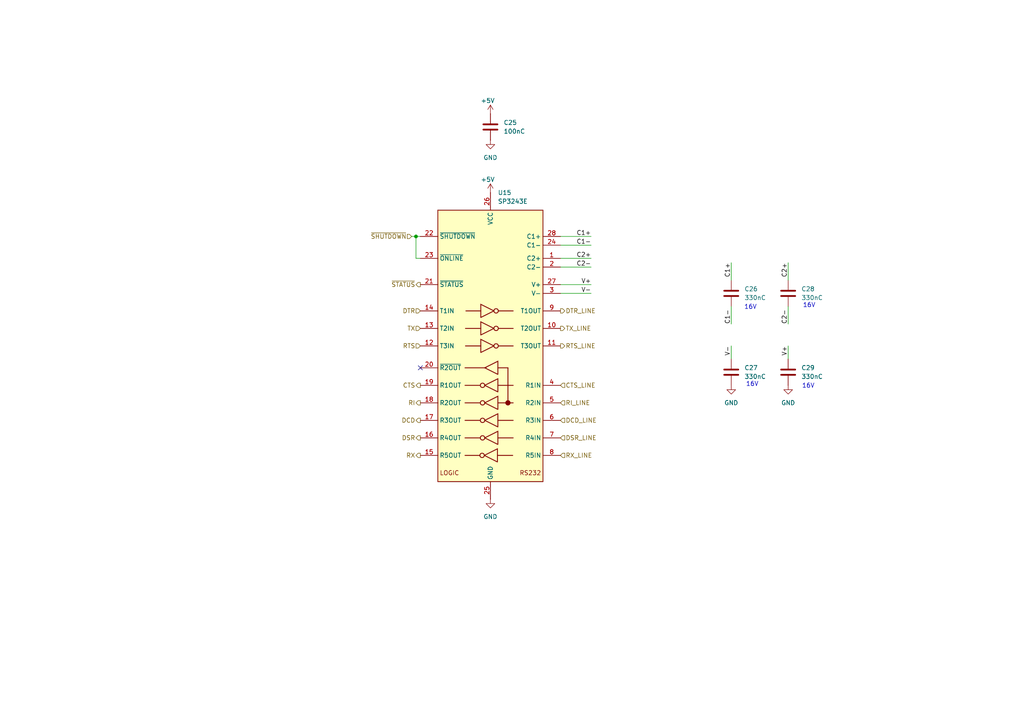
<source format=kicad_sch>
(kicad_sch (version 20250114) (generator "eeschema") (generator_version "9.0")
  (paper "A4")
  (lib_symbols
    (symbol "Device:C" (pin_numbers (hide yes)) (pin_names (offset 0.254))
      (property "Reference" "C" (at 0.635 2.54 0))
      (property "Value" "C" (at 0.635 -2.54 0))
      (symbol "C_0_1"
        (polyline (pts (xy -2.032 0.762) (xy 2.032 0.762)) (stroke (width 0.508)))
        (polyline (pts (xy -2.032 -0.762) (xy 2.032 -0.762)) (stroke (width 0.508)))
      )
      (symbol "C_1_1"
        (pin passive line (at 0 3.81 270) (length 2.794) (name "~") (number "1"))
        (pin passive line (at 0 -3.81 90) (length 2.794) (name "~") (number "2"))
      )
    )
    (symbol "Interface_UART_custom:SP3243E"
      (property "Reference" "U" (at -14.224 37.846 0))
      (property "Value" "SP3243E" (at 14.986 37.846 0))
      (symbol "SP3243E_0_1"
        (rectangle (start -15.24 39.37) (end 15.24 -39.37) (stroke (width 0.254)) (fill (type background)))
        (polyline (pts (xy -7.366 -31.75) (xy -3.048 -31.75)) (stroke (width 0.254)))
        (polyline (pts (xy -3.048 -11.43) (xy -7.366 -11.43)) (stroke (width 0.254)))
        (polyline (pts (xy -3.048 -16.51) (xy -7.366 -16.51)) (stroke (width 0.254)))
        (polyline (pts (xy -3.048 -21.59) (xy -7.366 -21.59)) (stroke (width 0.254)))
        (polyline (pts (xy -3.048 -26.67) (xy -7.366 -26.67)) (stroke (width 0.254)))
        (polyline (pts (xy -2.794 12.065) (xy -2.794 8.255) (xy 1.016 10.16) (xy -2.794 12.065)) (stroke (width 0.254)))
        (polyline (pts (xy -2.794 10.16) (xy -7.112 10.16)) (stroke (width 0.254)))
        (polyline (pts (xy -2.794 6.985) (xy -2.794 3.175) (xy 1.016 5.08) (xy -2.794 6.985)) (stroke (width 0.254)))
        (polyline (pts (xy -2.794 5.08) (xy -7.239 5.08)) (stroke (width 0.254)))
        (polyline (pts (xy -2.794 1.905) (xy -2.794 -1.905) (xy 1.016 0) (xy -2.794 1.905)) (stroke (width 0.254)))
        (polyline (pts (xy -2.794 0) (xy -7.239 0)) (stroke (width 0.254)))
        (circle (center -2.413 -31.75) (radius 0.635) (stroke (width 0.254)))
        (circle (center -2.286 -11.43) (radius 0.635) (stroke (width 0.254)))
        (circle (center -2.286 -16.51) (radius 0.635) (stroke (width 0.254)))
        (circle (center -2.286 -21.59) (radius 0.635) (stroke (width 0.254)))
        (circle (center -2.286 -26.67) (radius 0.635) (stroke (width 0.254)))
        (polyline (pts (xy -1.27 -6.35) (xy -7.366 -6.35)) (stroke (width 0.254)))
        (circle (center 1.651 10.16) (radius 0.635) (stroke (width 0.254)))
        (circle (center 1.651 5.08) (radius 0.635) (stroke (width 0.254)))
        (circle (center 1.651 0) (radius 0.635) (stroke (width 0.254)))
        (polyline (pts (xy 2.032 -29.845) (xy 2.032 -33.655) (xy -1.778 -31.75) (xy 2.032 -29.845)) (stroke (width 0.254)))
        (polyline (pts (xy 2.032 -31.75) (xy 6.477 -31.75)) (stroke (width 0.254)))
        (polyline (pts (xy 2.159 -4.445) (xy 2.159 -8.255) (xy -1.651 -6.35) (xy 2.159 -4.445)) (stroke (width 0.254)))
        (polyline (pts (xy 2.159 -6.35) (xy 5.08 -6.35)) (stroke (width 0.254)))
        (polyline (pts (xy 2.159 -9.525) (xy 2.159 -13.335) (xy -1.651 -11.43) (xy 2.159 -9.525)) (stroke (width 0.254)))
        (polyline (pts (xy 2.159 -11.43) (xy 6.604 -11.43)) (stroke (width 0.254)))
        (polyline (pts (xy 2.159 -14.605) (xy 2.159 -18.415) (xy -1.651 -16.51) (xy 2.159 -14.605)) (stroke (width 0.254)))
        (polyline (pts (xy 2.159 -16.51) (xy 6.604 -16.51)) (stroke (width 0.254)))
        (polyline (pts (xy 2.159 -19.685) (xy 2.159 -23.495) (xy -1.651 -21.59) (xy 2.159 -19.685)) (stroke (width 0.254)))
        (polyline (pts (xy 2.159 -21.59) (xy 6.604 -21.59)) (stroke (width 0.254)))
        (polyline (pts (xy 2.159 -24.765) (xy 2.159 -28.575) (xy -1.651 -26.67) (xy 2.159 -24.765)) (stroke (width 0.254)))
        (polyline (pts (xy 2.159 -26.67) (xy 6.604 -26.67)) (stroke (width 0.254)))
        (polyline (pts (xy 6.604 10.16) (xy 2.286 10.16)) (stroke (width 0.254)))
        (polyline (pts (xy 6.604 5.08) (xy 2.286 5.08)) (stroke (width 0.254)))
        (polyline (pts (xy 6.604 0) (xy 2.286 0)) (stroke (width 0.254)))
      )
      (symbol "SP3243E_1_0"
        (text "LOGIC" (at -14.732 -36.83 0) (effects (font (size 1.27 1.27)) (justify left)))
        (text "RS232" (at 14.732 -36.83 0) (effects (font (size 1.27 1.27)) (justify right)))
        (pin input line (at -20.32 0 0) (length 5.08) (name "T3IN") (number "12"))
        (pin tri_state line (at -20.32 -31.75 0) (length 5.08) (name "R5OUT") (number "15"))
        (pin output line (at 20.32 0 180) (length 5.08) (name "T3OUT") (number "11"))
        (pin input line (at 20.32 -31.75 180) (length 5.08) (name "R5IN") (number "8"))
      )
      (symbol "SP3243E_1_1"
        (polyline (pts (xy 5.08 -16.51) (xy 5.08 -6.35)) (stroke (width 0.254)))
        (circle (center 5.08 -16.51) (radius 0.0001) (stroke (width 0.762)))
        (pin input line (at -20.32 31.75 0) (length 5.08) (name "~{SHUTDOWN}") (number "22"))
        (pin input line (at -20.32 25.4 0) (length 5.08) (name "~{ONLINE}") (number "23"))
        (pin output line (at -20.32 17.78 0) (length 5.08) (name "~{STATUS}") (number "21"))
        (pin input line (at -20.32 10.16 0) (length 5.08) (name "T1IN") (number "14"))
        (pin input line (at -20.32 5.08 0) (length 5.08) (name "T2IN") (number "13"))
        (pin tri_state line (at -20.32 -6.35 0) (length 5.08) (name "~{R2OUT}") (number "20"))
        (pin tri_state line (at -20.32 -11.43 0) (length 5.08) (name "R1OUT") (number "19"))
        (pin tri_state line (at -20.32 -16.51 0) (length 5.08) (name "R2OUT") (number "18"))
        (pin tri_state line (at -20.32 -21.59 0) (length 5.08) (name "R3OUT") (number "17"))
        (pin tri_state line (at -20.32 -26.67 0) (length 5.08) (name "R4OUT") (number "16"))
        (pin power_in line (at 0 44.45 270) (length 5.08) (name "VCC") (number "26"))
        (pin power_in line (at 0 -44.45 90) (length 5.08) (name "GND") (number "25"))
        (pin passive line (at 20.32 31.75 180) (length 5.08) (name "C1+") (number "28"))
        (pin passive line (at 20.32 29.21 180) (length 5.08) (name "C1-") (number "24"))
        (pin passive line (at 20.32 25.4 180) (length 5.08) (name "C2+") (number "1"))
        (pin passive line (at 20.32 22.86 180) (length 5.08) (name "C2-") (number "2"))
        (pin passive line (at 20.32 17.78 180) (length 5.08) (name "V+") (number "27"))
        (pin passive line (at 20.32 15.24 180) (length 5.08) (name "V-") (number "3"))
        (pin output line (at 20.32 10.16 180) (length 5.08) (name "T1OUT") (number "9"))
        (pin output line (at 20.32 5.08 180) (length 5.08) (name "T2OUT") (number "10"))
        (pin input line (at 20.32 -11.43 180) (length 5.08) (name "R1IN") (number "4"))
        (pin input line (at 20.32 -16.51 180) (length 5.08) (name "R2IN") (number "5"))
        (pin input line (at 20.32 -21.59 180) (length 5.08) (name "R3IN") (number "6"))
        (pin input line (at 20.32 -26.67 180) (length 5.08) (name "R4IN") (number "7"))
      )
    )
    (symbol "power:+5V" (power) (pin_numbers (hide yes)) (pin_names (offset 0) (hide yes))
      (property "Value" "+5V" (at 0 3.556 0))
      (symbol "+5V_0_1"
        (polyline (pts (xy -0.762 1.27) (xy 0 2.54)))
        (polyline (pts (xy 0 2.54) (xy 0.762 1.27)))
        (polyline (pts (xy 0 0) (xy 0 2.54)))
      )
      (symbol "+5V_1_1"
        (pin power_in line (at 0 0 90) (length 0) (name "~") (number "1"))
      )
    )
    (symbol "power:GND" (power) (pin_numbers (hide yes)) (pin_names (offset 0) (hide yes))
      (property "Value" "GND" (at 0 -3.81 0))
      (symbol "GND_0_1"
        (polyline (pts (xy 0 0) (xy 0 -1.27) (xy 1.27 -1.27) (xy 0 -2.54) (xy -1.27 -1.27) (xy 0 -1.27)))
      )
      (symbol "GND_1_1"
        (pin power_in line (at 0 0 270) (length 0) (name "~") (number "1"))
      )
    )
  )
  (text "16V" (at 218.186 111.506 0) (effects (font (size 1.27 1.27))))
  (text "16V" (at 234.696 88.646 0) (effects (font (size 1.27 1.27))))
  (text "16V" (at 234.442 112.014 0) (effects (font (size 1.27 1.27))))
  (text "16V" (at 217.678 89.154 0) (effects (font (size 1.27 1.27))))
  (junction (at 120.65 68.58))
  (no_connect (at 121.92 106.68))
  (wire (pts (xy 212.09 76.2) (xy 212.09 81.28)))
  (wire (pts (xy 228.6 88.9) (xy 228.6 93.98)))
  (wire (pts (xy 228.6 76.2) (xy 228.6 81.28)))
  (wire (pts (xy 171.45 74.93) (xy 162.56 74.93)))
  (wire (pts (xy 119.38 68.58) (xy 120.65 68.58)))
  (wire (pts (xy 162.56 82.55) (xy 171.45 82.55)))
  (wire (pts (xy 228.6 100.33) (xy 228.6 104.14)))
  (wire (pts (xy 162.56 85.09) (xy 171.45 85.09)))
  (wire (pts (xy 120.65 74.93) (xy 121.92 74.93)))
  (wire (pts (xy 162.56 77.47) (xy 171.45 77.47)))
  (wire (pts (xy 162.56 71.12) (xy 171.45 71.12)))
  (wire (pts (xy 212.09 100.33) (xy 212.09 104.14)))
  (wire (pts (xy 171.45 68.58) (xy 162.56 68.58)))
  (wire (pts (xy 120.65 68.58) (xy 120.65 74.93)))
  (wire (pts (xy 120.65 68.58) (xy 121.92 68.58)))
  (wire (pts (xy 212.09 88.9) (xy 212.09 93.98)))
  (label "V-" (at 212.09 100.33 270))
  (label "V+" (at 171.45 82.55 180))
  (label "C2-" (at 228.6 93.98 90))
  (label "C2+" (at 171.45 74.93 180))
  (label "V-" (at 171.45 85.09 180))
  (label "C1-" (at 171.45 71.12 180))
  (label "C2+" (at 228.6 76.2 270))
  (label "C1+" (at 212.09 76.2 270))
  (label "V+" (at 228.6 100.33 270))
  (label "C2-" (at 171.45 77.47 180))
  (label "C1+" (at 171.45 68.58 180))
  (label "C1-" (at 212.09 93.98 90))
  (hierarchical_label "DCD_LINE" (shape input) (at 162.56 121.92 0))
  (hierarchical_label "RTS_LINE" (shape output) (at 162.56 100.33 0))
  (hierarchical_label "RI_LINE" (shape input) (at 162.56 116.84 0))
  (hierarchical_label "CTS_LINE" (shape input) (at 162.56 111.76 0))
  (hierarchical_label "DSR" (shape output) (at 121.92 127 180))
  (hierarchical_label "TX_LINE" (shape output) (at 162.56 95.25 0))
  (hierarchical_label "RI" (shape output) (at 121.92 116.84 180))
  (hierarchical_label "TX" (shape input) (at 121.92 95.25 180))
  (hierarchical_label "~{STATUS}" (shape output) (at 121.92 82.55 180))
  (hierarchical_label "RTS" (shape input) (at 121.92 100.33 180))
  (hierarchical_label "DSR_LINE" (shape input) (at 162.56 127 0))
  (hierarchical_label "~{SHUTDOWN}" (shape input) (at 119.38 68.58 180))
  (hierarchical_label "DTR" (shape input) (at 121.92 90.17 180))
  (hierarchical_label "DTR_LINE" (shape output) (at 162.56 90.17 0))
  (hierarchical_label "RX_LINE" (shape input) (at 162.56 132.08 0))
  (hierarchical_label "RX" (shape output) (at 121.92 132.08 180))
  (hierarchical_label "DCD" (shape output) (at 121.92 121.92 180))
  (hierarchical_label "CTS" (shape output) (at 121.92 111.76 180))
  (symbol (lib_id "power:GND") (at 142.24 40.64 0) (unit 1)
    (property "Reference" "#PWR078" (effects (hide yes)))
    (property "Value" "GND" (at 142.24 45.72 0))
    (property "Description" "Power symbol creates a global label with name \"GND\" , ground" (effects (hide yes)))
    (instances (project "" (path "" (reference "#PWR078") (unit 1)) (path "" (reference "#PWR0315") (unit 1)) (path "" (reference "#PWR084") (unit 1))))
  )
  (symbol (lib_id "Device:C") (at 228.6 85.09 0) (unit 1)
    (property "Reference" "C28" (at 232.41 83.8199 0) (effects (justify left)))
    (property "Value" "330nC" (at 232.41 86.3599 0) (effects (justify left)))
    (property "Footprint" "Capacitor_SMD:C_0805_2012Metric" (effects (hide yes)))
    (property "Description" "Unpolarized capacitor" (effects (hide yes)))
    (property "Status" "OK" (effects (hide yes)))
    (instances (project "" (path "" (reference "C28") (unit 1)) (path "" (reference "C104") (unit 1)) (path "" (reference "C33") (unit 1))))
  )
  (symbol (lib_id "power:GND") (at 212.09 111.76 0) (unit 1)
    (property "Reference" "#PWR081" (effects (hide yes)))
    (property "Value" "GND" (at 212.09 116.84 0))
    (property "Description" "Power symbol creates a global label with name \"GND\" , ground" (effects (hide yes)))
    (instances (project "" (path "" (reference "#PWR081") (unit 1)) (path "" (reference "#PWR0318") (unit 1)) (path "" (reference "#PWR087") (unit 1))))
  )
  (symbol (lib_id "Device:C") (at 142.24 36.83 0) (unit 1)
    (property "Reference" "C25" (at 146.05 35.5599 0) (effects (justify left)))
    (property "Value" "100nC" (at 146.05 38.0999 0) (effects (justify left)))
    (property "Footprint" "Capacitor_SMD:C_0805_2012Metric" (effects (hide yes)))
    (property "Description" "Unpolarized capacitor" (effects (hide yes)))
    (instances (project "" (path "" (reference "C25") (unit 1)) (path "" (reference "C101") (unit 1)) (path "" (reference "C30") (unit 1))))
  )
  (symbol (lib_id "power:GND") (at 228.6 111.76 0) (unit 1)
    (property "Reference" "#PWR082" (effects (hide yes)))
    (property "Value" "GND" (at 228.6 116.84 0))
    (property "Description" "Power symbol creates a global label with name \"GND\" , ground" (effects (hide yes)))
    (instances (project "" (path "" (reference "#PWR082") (unit 1)) (path "" (reference "#PWR0319") (unit 1)) (path "" (reference "#PWR088") (unit 1))))
  )
  (symbol (lib_id "power:+5V") (at 142.24 55.88 0) (mirror y) (unit 1)
    (property "Reference" "#PWR079" (effects (hide yes)))
    (property "Value" "+5V" (at 143.51 52.07 0) (effects (justify left)))
    (instances (project "BDCMotorController" (path "" (reference "#PWR079") (unit 1)) (path "" (reference "#PWR0316") (unit 1)) (path "" (reference "#PWR085") (unit 1))))
  )
  (symbol (lib_id "power:+5V") (at 142.24 33.02 0) (mirror y) (unit 1)
    (property "Reference" "#PWR077" (effects (hide yes)))
    (property "Value" "+5V" (at 143.51 29.21 0) (effects (justify left)))
    (instances (project "BDCMotorController" (path "" (reference "#PWR077") (unit 1)) (path "" (reference "#PWR0314") (unit 1)) (path "" (reference "#PWR083") (unit 1))))
  )
  (symbol (lib_id "Device:C") (at 212.09 85.09 0) (unit 1)
    (property "Reference" "C26" (at 215.9 83.8199 0) (effects (justify left)))
    (property "Value" "330nC" (at 215.9 86.3599 0) (effects (justify left)))
    (property "Footprint" "Capacitor_SMD:C_0805_2012Metric" (effects (hide yes)))
    (property "Description" "Unpolarized capacitor" (effects (hide yes)))
    (property "Status" "OK" (effects (hide yes)))
    (instances (project "" (path "" (reference "C26") (unit 1)) (path "" (reference "C102") (unit 1)) (path "" (reference "C31") (unit 1))))
  )
  (symbol (lib_id "Device:C") (at 228.6 107.95 0) (unit 1)
    (property "Reference" "C29" (at 232.41 106.6799 0) (effects (justify left)))
    (property "Value" "330nC" (at 232.41 109.2199 0) (effects (justify left)))
    (property "Footprint" "Capacitor_SMD:C_0805_2012Metric" (effects (hide yes)))
    (property "Description" "Unpolarized capacitor" (effects (hide yes)))
    (property "Status" "OK" (effects (hide yes)))
    (instances (project "" (path "" (reference "C29") (unit 1)) (path "" (reference "C105") (unit 1)) (path "" (reference "C34") (unit 1))))
  )
  (symbol (lib_id "power:GND") (at 142.24 144.78 0) (unit 1)
    (property "Reference" "#PWR080" (effects (hide yes)))
    (property "Value" "GND" (at 142.24 149.86 0))
    (property "Description" "Power symbol creates a global label with name \"GND\" , ground" (effects (hide yes)))
    (instances (project "" (path "" (reference "#PWR080") (unit 1)) (path "" (reference "#PWR0317") (unit 1)) (path "" (reference "#PWR086") (unit 1))))
  )
  (symbol (lib_id "Device:C") (at 212.09 107.95 0) (unit 1)
    (property "Reference" "C27" (at 215.9 106.6799 0) (effects (justify left)))
    (property "Value" "330nC" (at 215.9 109.2199 0) (effects (justify left)))
    (property "Footprint" "Capacitor_SMD:C_0805_2012Metric" (effects (hide yes)))
    (property "Description" "Unpolarized capacitor" (effects (hide yes)))
    (property "Status" "OK" (effects (hide yes)))
    (instances (project "" (path "" (reference "C27") (unit 1)) (path "" (reference "C103") (unit 1)) (path "" (reference "C32") (unit 1))))
  )
  (symbol (lib_id "Interface_UART_custom:SP3243E") (at 142.24 100.33 0) (unit 1)
    (property "Reference" "U15" (at 144.3833 55.88 0) (effects (justify left)))
    (property "Value" "SP3243E" (at 144.3833 58.42 0) (effects (justify left)))
    (property "Footprint" "Package_SO:TSSOP-28_4.4x9.7mm_P0.65mm" (effects (hide yes)))
    (property "Description" "RS-232 Transceivers 3 Driver/5 Receiver Intelligent +3.0V to +5.5V, TSSOP-28 / SSOP-28" (effects (hide yes)))
    (property "MPN" "SP3243EBEY-L/TR" (effects (hide yes)))
    (instances (project "" (path "" (reference "U15") (unit 1)) (path "" (reference "U51") (unit 1)) (path "" (reference "U16") (unit 1))))
  )
)
</source>
